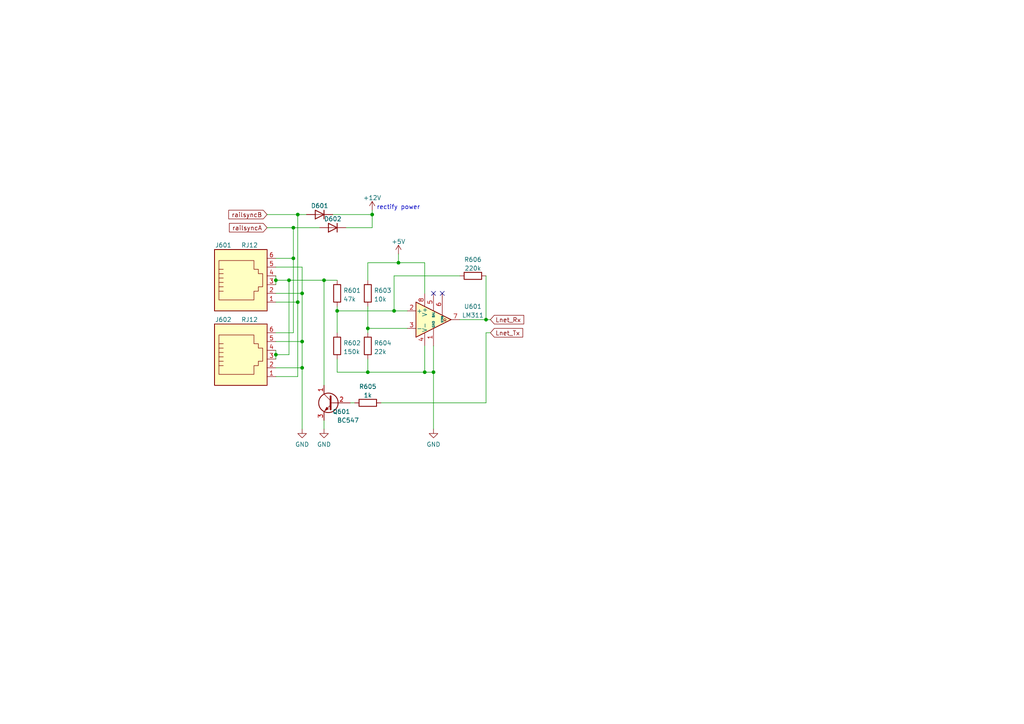
<source format=kicad_sch>
(kicad_sch (version 20211123) (generator eeschema)
  (paper "A4")
  (lib_symbols
    (symbol "Comparator:LM311" (pin_names (offset 0.127))
      (property "Reference" "U" (at 3.81 6.35 0))
      (property "Value" "LM311" (at 3.81 3.81 0))
      (symbol "LM311_0_1"
        (polyline (pts (xy 5.08 0) (xy -5.08 5.08) (xy -5.08 -5.08) (xy 5.08 0)) (stroke (width 0.254)) (fill (type background)))
        (polyline (pts (xy 3.683 -0.381) (xy 3.302 -0.381) (xy 3.683 0) (xy 3.302 0.381) (xy 2.921 0) (xy 3.302 -0.381) (xy 2.921 -0.381)) (stroke (width 0.127)))
      )
      (symbol "LM311_1_1"
        (pin passive line (at 0 -7.62 90) (length 5.08) (name "GND") (number "1"))
        (pin input line (at -7.62 2.54 0) (length 2.54) (name "+") (number "2"))
        (pin input line (at -7.62 -2.54 0) (length 2.54) (name "-") (number "3"))
        (pin power_in line (at -2.54 -7.62 90) (length 3.81) (name "V-") (number "4"))
        (pin input line (at 0 7.62 270) (length 5.08) (name "BAL") (number "5"))
        (pin input line (at 2.54 7.62 270) (length 6.35) (name "STRB") (number "6"))
        (pin open_collector line (at 7.62 0 180) (length 2.54) (name "~") (number "7"))
        (pin power_in line (at -2.54 7.62 270) (length 3.81) (name "V+") (number "8"))
      )
    )
    (symbol "Connector:RJ12" (pin_names (offset 1.016))
      (property "Reference" "J" (at -5.08 11.43 0))
      (property "Value" "RJ12" (at 2.54 11.43 0))
      (symbol "RJ12_0_1"
        (polyline (pts (xy -6.35 -1.905) (xy -5.08 -1.905) (xy -5.08 -1.905)))
        (polyline (pts (xy -6.35 -0.635) (xy -5.08 -0.635) (xy -5.08 -0.635)))
        (polyline (pts (xy -6.35 0.635) (xy -5.08 0.635) (xy -5.08 0.635)))
        (polyline (pts (xy -6.35 1.905) (xy -5.08 1.905) (xy -5.08 1.905)))
        (polyline (pts (xy -6.35 3.175) (xy -5.08 3.175) (xy -5.08 3.175)))
        (polyline (pts (xy -5.08 4.445) (xy -6.35 4.445) (xy -6.35 4.445)))
        (polyline (pts (xy -6.35 -4.445) (xy -6.35 6.985) (xy 3.81 6.985) (xy 3.81 4.445) (xy 5.08 4.445) (xy 5.08 3.175) (xy 6.35 3.175) (xy 6.35 -0.635) (xy 5.08 -0.635) (xy 5.08 -1.905) (xy 3.81 -1.905) (xy 3.81 -4.445) (xy -6.35 -4.445) (xy -6.35 -4.445)))
        (rectangle (start 7.62 10.16) (end -7.62 -7.62) (stroke (width 0.254)) (fill (type background)))
      )
      (symbol "RJ12_1_1"
        (pin passive line (at 10.16 -5.08 180) (length 2.54) (name "~") (number "1"))
        (pin passive line (at 10.16 -2.54 180) (length 2.54) (name "~") (number "2"))
        (pin passive line (at 10.16 0 180) (length 2.54) (name "~") (number "3"))
        (pin passive line (at 10.16 2.54 180) (length 2.54) (name "~") (number "4"))
        (pin passive line (at 10.16 5.08 180) (length 2.54) (name "~") (number "5"))
        (pin passive line (at 10.16 7.62 180) (length 2.54) (name "~") (number "6"))
      )
    )
    (symbol "Device:D" (pin_numbers hide) (pin_names (offset 1.016) hide)
      (property "Reference" "D" (at 0 2.54 0))
      (property "Value" "D" (at 0 -2.54 0))
      (symbol "D_0_1"
        (polyline (pts (xy -1.27 1.27) (xy -1.27 -1.27)) (stroke (width 0.254)))
        (polyline (pts (xy 1.27 0) (xy -1.27 0)))
        (polyline (pts (xy 1.27 1.27) (xy 1.27 -1.27) (xy -1.27 0) (xy 1.27 1.27)) (stroke (width 0.254)))
      )
      (symbol "D_1_1"
        (pin passive line (at -3.81 0 0) (length 2.54) (name "K") (number "1"))
        (pin passive line (at 3.81 0 180) (length 2.54) (name "A") (number "2"))
      )
    )
    (symbol "Device:R" (pin_numbers hide) (pin_names (offset 0))
      (property "Reference" "R" (at 2.032 0 90))
      (property "Value" "R" (at 0 0 90))
      (symbol "R_0_1"
        (rectangle (start -1.016 -2.54) (end 1.016 2.54) (stroke (width 0.254)))
      )
      (symbol "R_1_1"
        (pin passive line (at 0 3.81 270) (length 1.27) (name "~") (number "1"))
        (pin passive line (at 0 -3.81 90) (length 1.27) (name "~") (number "2"))
      )
    )
    (symbol "Transistor_BJT:BC547" (pin_names (offset 0) hide)
      (property "Reference" "Q" (at 5.08 1.905 0))
      (property "Value" "BC547" (at 5.08 0 0))
      (symbol "BC547_0_1"
        (polyline (pts (xy 0 0) (xy 0.635 0)))
        (polyline (pts (xy 0.635 0.635) (xy 2.54 2.54)))
        (polyline (pts (xy 0.635 -0.635) (xy 2.54 -2.54) (xy 2.54 -2.54)))
        (polyline (pts (xy 0.635 1.905) (xy 0.635 -1.905) (xy 0.635 -1.905)) (stroke (width 0.508)))
        (polyline (pts (xy 1.27 -1.778) (xy 1.778 -1.27) (xy 2.286 -2.286) (xy 1.27 -1.778) (xy 1.27 -1.778)) (fill (type outline)))
        (circle (center 1.27 0) (radius 2.8194) (stroke (width 0.254)))
      )
      (symbol "BC547_1_1"
        (pin passive line (at 2.54 5.08 270) (length 2.54) (name "C") (number "1"))
        (pin input line (at -5.08 0 0) (length 5.08) (name "B") (number "2"))
        (pin passive line (at 2.54 -5.08 90) (length 2.54) (name "E") (number "3"))
      )
    )
    (symbol "power:+12V" (power) (pin_names (offset 0))
      (property "Value" "+12V" (at 0 3.556 0))
      (symbol "+12V_0_1"
        (polyline (pts (xy -0.762 1.27) (xy 0 2.54)))
        (polyline (pts (xy 0 0) (xy 0 2.54)))
        (polyline (pts (xy 0 2.54) (xy 0.762 1.27)))
      )
      (symbol "+12V_1_1"
        (pin power_in line (at 0 0 90) (length 0) hide (name "+12V") (number "1"))
      )
    )
    (symbol "power:+5V" (power) (pin_names (offset 0))
      (property "Value" "+5V" (at 0 3.556 0))
      (symbol "+5V_0_1"
        (polyline (pts (xy -0.762 1.27) (xy 0 2.54)))
        (polyline (pts (xy 0 0) (xy 0 2.54)))
        (polyline (pts (xy 0 2.54) (xy 0.762 1.27)))
      )
      (symbol "+5V_1_1"
        (pin power_in line (at 0 0 90) (length 0) hide (name "+5V") (number "1"))
      )
    )
    (symbol "power:GND" (power) (pin_names (offset 0))
      (property "Value" "GND" (at 0 -3.81 0))
      (symbol "GND_0_1"
        (polyline (pts (xy 0 0) (xy 0 -1.27) (xy 1.27 -1.27) (xy 0 -2.54) (xy -1.27 -1.27) (xy 0 -1.27)))
      )
      (symbol "GND_1_1"
        (pin power_in line (at 0 0 270) (length 0) hide (name "GND") (number "1"))
      )
    )
  )
  (junction (at 87.63 85.09))
  (junction (at 123.19 107.95))
  (junction (at 115.57 76.2))
  (junction (at 140.97 92.71))
  (junction (at 80.01 102.87))
  (junction (at 114.3 90.17))
  (junction (at 86.36 87.63))
  (junction (at 85.09 66.04))
  (junction (at 107.95 62.23))
  (junction (at 106.68 107.95))
  (junction (at 87.63 106.68))
  (junction (at 85.09 74.93))
  (junction (at 83.82 81.28))
  (junction (at 86.36 62.23))
  (junction (at 87.63 99.06))
  (junction (at 106.68 95.25))
  (junction (at 125.73 107.95))
  (junction (at 93.98 81.28))
  (junction (at 80.01 81.28))
  (junction (at 97.79 90.17))
  (no_connect (at 128.27 85.09))
  (no_connect (at 125.73 85.09))
  (wire (pts (xy 80.01 106.68) (xy 87.63 106.68)))
  (wire (pts (xy 97.79 107.95) (xy 106.68 107.95)))
  (wire (pts (xy 97.79 90.17) (xy 114.3 90.17)))
  (wire (pts (xy 87.63 85.09) (xy 87.63 77.47)))
  (wire (pts (xy 107.95 60.96) (xy 107.95 62.23)))
  (wire (pts (xy 115.57 76.2) (xy 115.57 73.66)))
  (wire (pts (xy 106.68 95.25) (xy 106.68 96.52)))
  (wire (pts (xy 106.68 107.95) (xy 123.19 107.95)))
  (wire (pts (xy 106.68 76.2) (xy 106.68 81.28)))
  (wire (pts (xy 80.01 102.87) (xy 83.82 102.87)))
  (wire (pts (xy 123.19 85.09) (xy 123.19 76.2)))
  (wire (pts (xy 118.11 90.17) (xy 114.3 90.17)))
  (wire (pts (xy 93.98 81.28) (xy 97.79 81.28)))
  (wire (pts (xy 123.19 107.95) (xy 123.19 100.33)))
  (wire (pts (xy 97.79 88.9) (xy 97.79 90.17)))
  (wire (pts (xy 114.3 90.17) (xy 114.3 80.01)))
  (wire (pts (xy 80.01 81.28) (xy 80.01 82.55)))
  (wire (pts (xy 110.49 116.84) (xy 140.97 116.84)))
  (wire (pts (xy 140.97 92.71) (xy 133.35 92.71)))
  (wire (pts (xy 93.98 81.28) (xy 93.98 111.76)))
  (wire (pts (xy 114.3 80.01) (xy 133.35 80.01)))
  (wire (pts (xy 87.63 85.09) (xy 87.63 99.06)))
  (wire (pts (xy 83.82 81.28) (xy 93.98 81.28)))
  (wire (pts (xy 85.09 66.04) (xy 92.71 66.04)))
  (wire (pts (xy 140.97 96.52) (xy 140.97 116.84)))
  (wire (pts (xy 80.01 87.63) (xy 86.36 87.63)))
  (wire (pts (xy 96.52 62.23) (xy 107.95 62.23)))
  (wire (pts (xy 87.63 106.68) (xy 87.63 124.46)))
  (wire (pts (xy 77.47 62.23) (xy 86.36 62.23)))
  (wire (pts (xy 86.36 62.23) (xy 88.9 62.23)))
  (wire (pts (xy 107.95 62.23) (xy 107.95 66.04)))
  (wire (pts (xy 85.09 66.04) (xy 85.09 74.93)))
  (wire (pts (xy 140.97 92.71) (xy 142.24 92.71)))
  (wire (pts (xy 80.01 102.87) (xy 80.01 104.14)))
  (wire (pts (xy 106.68 76.2) (xy 115.57 76.2)))
  (wire (pts (xy 125.73 124.46) (xy 125.73 107.95)))
  (wire (pts (xy 80.01 85.09) (xy 87.63 85.09)))
  (wire (pts (xy 106.68 88.9) (xy 106.68 95.25)))
  (wire (pts (xy 107.95 66.04) (xy 100.33 66.04)))
  (wire (pts (xy 101.6 116.84) (xy 102.87 116.84)))
  (wire (pts (xy 87.63 106.68) (xy 87.63 99.06)))
  (wire (pts (xy 80.01 101.6) (xy 80.01 102.87)))
  (wire (pts (xy 123.19 107.95) (xy 125.73 107.95)))
  (wire (pts (xy 123.19 76.2) (xy 115.57 76.2)))
  (wire (pts (xy 80.01 80.01) (xy 80.01 81.28)))
  (wire (pts (xy 80.01 74.93) (xy 85.09 74.93)))
  (wire (pts (xy 106.68 107.95) (xy 106.68 104.14)))
  (wire (pts (xy 77.47 66.04) (xy 85.09 66.04)))
  (wire (pts (xy 125.73 107.95) (xy 125.73 100.33)))
  (wire (pts (xy 140.97 80.01) (xy 140.97 92.71)))
  (wire (pts (xy 83.82 81.28) (xy 83.82 102.87)))
  (wire (pts (xy 80.01 81.28) (xy 83.82 81.28)))
  (wire (pts (xy 142.24 96.52) (xy 140.97 96.52)))
  (wire (pts (xy 86.36 62.23) (xy 86.36 87.63)))
  (wire (pts (xy 80.01 109.22) (xy 86.36 109.22)))
  (wire (pts (xy 106.68 95.25) (xy 118.11 95.25)))
  (wire (pts (xy 80.01 96.52) (xy 85.09 96.52)))
  (wire (pts (xy 86.36 87.63) (xy 86.36 109.22)))
  (wire (pts (xy 85.09 74.93) (xy 85.09 96.52)))
  (wire (pts (xy 80.01 99.06) (xy 87.63 99.06)))
  (wire (pts (xy 97.79 90.17) (xy 97.79 96.52)))
  (wire (pts (xy 97.79 104.14) (xy 97.79 107.95)))
  (wire (pts (xy 93.98 121.92) (xy 93.98 124.46)))
  (wire (pts (xy 87.63 77.47) (xy 80.01 77.47)))
  (text "rectify power" (at 109.22 60.96 0) (effects (font (size 1.27 1.27)) (justify left bottom)))
  (global_label "railsyncA" (shape input) (at 77.47 66.04 180) (property "Intersheet References" "${INTERSHEET_REFS}" (effects hide)))
  (global_label "Lnet_Tx" (shape input) (at 142.24 96.52 0) (property "Intersheet References" "${INTERSHEET_REFS}" (effects hide)))
  (global_label "Lnet_Rx" (shape input) (at 142.24 92.71 0) (property "Intersheet References" "${INTERSHEET_REFS}" (effects hide)))
  (global_label "railsyncB" (shape input) (at 77.47 62.23 180) (property "Intersheet References" "${INTERSHEET_REFS}" (effects hide)))
  (symbol (lib_id "power:GND") (at 93.98 124.46 0) (unit 1)
    (property "Reference" "#PWR0602" (effects hide))
    (property "Value" "GND" (at 93.98 128.9034 0))
  )
  (symbol (lib_id "power:GND") (at 87.63 124.46 0) (unit 1)
    (property "Reference" "#PWR0601" (effects hide))
    (property "Value" "GND" (at 87.63 128.9034 0))
  )
  (symbol (lib_id "power:+5V") (at 115.57 73.66 0) (unit 1)
    (property "Reference" "#PWR0604" (effects hide))
    (property "Value" "+5V" (at 115.57 70.0842 0))
  )
  (symbol (lib_id "Transistor_BJT:BC547") (at 96.52 116.84 0) (mirror y) (unit 1)
    (property "Reference" "Q601" (at 101.6 119.38 0) (effects (justify left)))
    (property "Value" "BC547" (at 104.14 121.92 0) (effects (justify left)))
    (property "Footprint" "Package_TO_SOT_THT:TO-92_Inline" (effects hide))
    (property "Datasheet" "https://www.onsemi.com/pub/Collateral/BC550-D.pdf" (effects hide))
  )
  (symbol (lib_id "Device:D") (at 92.71 62.23 180) (unit 1)
    (property "Reference" "D601" (at 92.71 59.69 0))
    (property "Value" "D" (effects hide))
  )
  (symbol (lib_id "Comparator:LM311") (at 125.73 92.71 0) (unit 1)
    (property "Reference" "U601" (at 137.16 88.9 0))
    (property "Value" "LM311" (at 137.16 91.44 0))
    (property "Datasheet" "https://www.st.com/resource/en/datasheet/lm311.pdf" (effects hide))
  )
  (symbol (lib_id "Device:R") (at 97.79 100.33 180) (unit 1)
    (property "Reference" "R602" (at 99.568 99.4953 0) (effects (justify right)))
    (property "Value" "150k" (at 99.568 102.0322 0) (effects (justify right)))
  )
  (symbol (lib_id "Device:R") (at 106.68 100.33 180) (unit 1)
    (property "Reference" "R604" (at 108.458 99.4953 0) (effects (justify right)))
    (property "Value" "22k" (at 108.458 102.0322 0) (effects (justify right)))
  )
  (symbol (lib_id "Device:R") (at 97.79 85.09 180) (unit 1)
    (property "Reference" "R601" (at 99.568 84.2553 0) (effects (justify right)))
    (property "Value" "47k" (at 99.568 86.7922 0) (effects (justify right)))
  )
  (symbol (lib_id "Device:R") (at 106.68 116.84 270) (unit 1)
    (property "Reference" "R605" (at 106.68 112.1242 90))
    (property "Value" "1k" (at 106.68 114.6611 90))
  )
  (symbol (lib_id "Connector:RJ12") (at 69.85 82.55 0) (unit 1)
    (property "Reference" "J601" (at 64.77 71.12 0))
    (property "Value" "RJ12" (at 72.39 71.12 0))
  )
  (symbol (lib_id "Device:D") (at 96.52 66.04 180) (unit 1)
    (property "Reference" "D602" (at 96.52 63.5 0))
    (property "Value" "D" (effects hide))
  )
  (symbol (lib_id "Device:R") (at 106.68 85.09 180) (unit 1)
    (property "Reference" "R603" (at 108.458 84.2553 0) (effects (justify right)))
    (property "Value" "10k" (at 108.458 86.7922 0) (effects (justify right)))
  )
  (symbol (lib_id "Connector:RJ12") (at 69.85 104.14 0) (unit 1)
    (property "Reference" "J602" (at 64.77 92.71 0))
    (property "Value" "RJ12" (at 72.39 92.71 0))
  )
  (symbol (lib_id "power:GND") (at 125.73 124.46 0) (unit 1)
    (property "Reference" "#PWR0605" (effects hide))
    (property "Value" "GND" (at 125.73 128.9034 0))
  )
  (symbol (lib_id "power:+12V") (at 107.95 60.96 0) (unit 1)
    (property "Reference" "#PWR0603" (effects hide))
    (property "Value" "+12V" (at 107.95 57.3842 0))
  )
  (symbol (lib_id "Device:R") (at 137.16 80.01 90) (unit 1)
    (property "Reference" "R606" (at 137.16 75.2942 90))
    (property "Value" "220k" (at 137.16 77.8311 90))
  )
)
</source>
